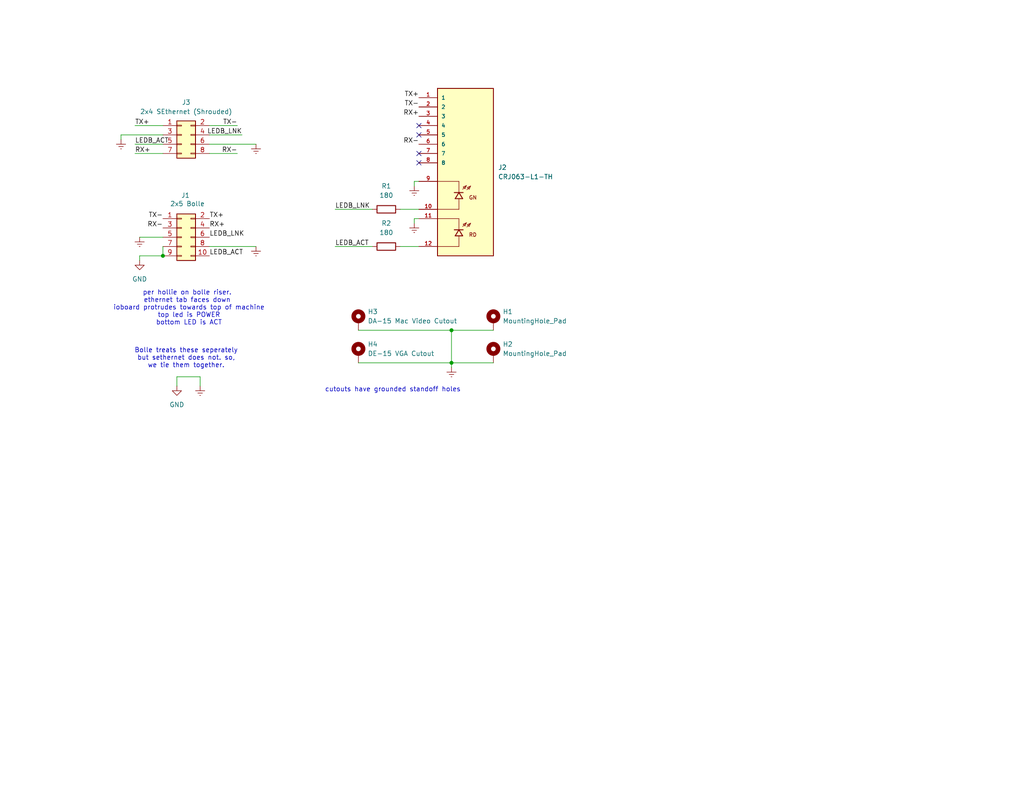
<source format=kicad_sch>
(kicad_sch
	(version 20231120)
	(generator "eeschema")
	(generator_version "8.0")
	(uuid "5ec19437-54d1-40d2-8f49-762705833f90")
	(paper "USLetter")
	(title_block
		(title "Breakout board for SEthernet-series PDS Ethernet cards")
		(date "2024-01-27")
		(rev "1")
	)
	(lib_symbols
		(symbol "Connector_Generic:Conn_02x04_Odd_Even"
			(pin_names
				(offset 1.016) hide)
			(exclude_from_sim no)
			(in_bom yes)
			(on_board yes)
			(property "Reference" "J"
				(at 1.27 5.08 0)
				(effects
					(font
						(size 1.27 1.27)
					)
				)
			)
			(property "Value" "Conn_02x04_Odd_Even"
				(at 1.27 -7.62 0)
				(effects
					(font
						(size 1.27 1.27)
					)
				)
			)
			(property "Footprint" ""
				(at 0 0 0)
				(effects
					(font
						(size 1.27 1.27)
					)
					(hide yes)
				)
			)
			(property "Datasheet" "~"
				(at 0 0 0)
				(effects
					(font
						(size 1.27 1.27)
					)
					(hide yes)
				)
			)
			(property "Description" "Generic connector, double row, 02x04, odd/even pin numbering scheme (row 1 odd numbers, row 2 even numbers), script generated (kicad-library-utils/schlib/autogen/connector/)"
				(at 0 0 0)
				(effects
					(font
						(size 1.27 1.27)
					)
					(hide yes)
				)
			)
			(property "ki_keywords" "connector"
				(at 0 0 0)
				(effects
					(font
						(size 1.27 1.27)
					)
					(hide yes)
				)
			)
			(property "ki_fp_filters" "Connector*:*_2x??_*"
				(at 0 0 0)
				(effects
					(font
						(size 1.27 1.27)
					)
					(hide yes)
				)
			)
			(symbol "Conn_02x04_Odd_Even_1_1"
				(rectangle
					(start -1.27 -4.953)
					(end 0 -5.207)
					(stroke
						(width 0.1524)
						(type default)
					)
					(fill
						(type none)
					)
				)
				(rectangle
					(start -1.27 -2.413)
					(end 0 -2.667)
					(stroke
						(width 0.1524)
						(type default)
					)
					(fill
						(type none)
					)
				)
				(rectangle
					(start -1.27 0.127)
					(end 0 -0.127)
					(stroke
						(width 0.1524)
						(type default)
					)
					(fill
						(type none)
					)
				)
				(rectangle
					(start -1.27 2.667)
					(end 0 2.413)
					(stroke
						(width 0.1524)
						(type default)
					)
					(fill
						(type none)
					)
				)
				(rectangle
					(start -1.27 3.81)
					(end 3.81 -6.35)
					(stroke
						(width 0.254)
						(type default)
					)
					(fill
						(type background)
					)
				)
				(rectangle
					(start 3.81 -4.953)
					(end 2.54 -5.207)
					(stroke
						(width 0.1524)
						(type default)
					)
					(fill
						(type none)
					)
				)
				(rectangle
					(start 3.81 -2.413)
					(end 2.54 -2.667)
					(stroke
						(width 0.1524)
						(type default)
					)
					(fill
						(type none)
					)
				)
				(rectangle
					(start 3.81 0.127)
					(end 2.54 -0.127)
					(stroke
						(width 0.1524)
						(type default)
					)
					(fill
						(type none)
					)
				)
				(rectangle
					(start 3.81 2.667)
					(end 2.54 2.413)
					(stroke
						(width 0.1524)
						(type default)
					)
					(fill
						(type none)
					)
				)
				(pin passive line
					(at -5.08 2.54 0)
					(length 3.81)
					(name "Pin_1"
						(effects
							(font
								(size 1.27 1.27)
							)
						)
					)
					(number "1"
						(effects
							(font
								(size 1.27 1.27)
							)
						)
					)
				)
				(pin passive line
					(at 7.62 2.54 180)
					(length 3.81)
					(name "Pin_2"
						(effects
							(font
								(size 1.27 1.27)
							)
						)
					)
					(number "2"
						(effects
							(font
								(size 1.27 1.27)
							)
						)
					)
				)
				(pin passive line
					(at -5.08 0 0)
					(length 3.81)
					(name "Pin_3"
						(effects
							(font
								(size 1.27 1.27)
							)
						)
					)
					(number "3"
						(effects
							(font
								(size 1.27 1.27)
							)
						)
					)
				)
				(pin passive line
					(at 7.62 0 180)
					(length 3.81)
					(name "Pin_4"
						(effects
							(font
								(size 1.27 1.27)
							)
						)
					)
					(number "4"
						(effects
							(font
								(size 1.27 1.27)
							)
						)
					)
				)
				(pin passive line
					(at -5.08 -2.54 0)
					(length 3.81)
					(name "Pin_5"
						(effects
							(font
								(size 1.27 1.27)
							)
						)
					)
					(number "5"
						(effects
							(font
								(size 1.27 1.27)
							)
						)
					)
				)
				(pin passive line
					(at 7.62 -2.54 180)
					(length 3.81)
					(name "Pin_6"
						(effects
							(font
								(size 1.27 1.27)
							)
						)
					)
					(number "6"
						(effects
							(font
								(size 1.27 1.27)
							)
						)
					)
				)
				(pin passive line
					(at -5.08 -5.08 0)
					(length 3.81)
					(name "Pin_7"
						(effects
							(font
								(size 1.27 1.27)
							)
						)
					)
					(number "7"
						(effects
							(font
								(size 1.27 1.27)
							)
						)
					)
				)
				(pin passive line
					(at 7.62 -5.08 180)
					(length 3.81)
					(name "Pin_8"
						(effects
							(font
								(size 1.27 1.27)
							)
						)
					)
					(number "8"
						(effects
							(font
								(size 1.27 1.27)
							)
						)
					)
				)
			)
		)
		(symbol "Connector_Generic:Conn_02x05_Odd_Even"
			(pin_names
				(offset 1.016) hide)
			(exclude_from_sim no)
			(in_bom yes)
			(on_board yes)
			(property "Reference" "J"
				(at 1.27 7.62 0)
				(effects
					(font
						(size 1.27 1.27)
					)
				)
			)
			(property "Value" "Conn_02x05_Odd_Even"
				(at 1.27 -7.62 0)
				(effects
					(font
						(size 1.27 1.27)
					)
				)
			)
			(property "Footprint" ""
				(at 0 0 0)
				(effects
					(font
						(size 1.27 1.27)
					)
					(hide yes)
				)
			)
			(property "Datasheet" "~"
				(at 0 0 0)
				(effects
					(font
						(size 1.27 1.27)
					)
					(hide yes)
				)
			)
			(property "Description" "Generic connector, double row, 02x05, odd/even pin numbering scheme (row 1 odd numbers, row 2 even numbers), script generated (kicad-library-utils/schlib/autogen/connector/)"
				(at 0 0 0)
				(effects
					(font
						(size 1.27 1.27)
					)
					(hide yes)
				)
			)
			(property "ki_keywords" "connector"
				(at 0 0 0)
				(effects
					(font
						(size 1.27 1.27)
					)
					(hide yes)
				)
			)
			(property "ki_fp_filters" "Connector*:*_2x??_*"
				(at 0 0 0)
				(effects
					(font
						(size 1.27 1.27)
					)
					(hide yes)
				)
			)
			(symbol "Conn_02x05_Odd_Even_1_1"
				(rectangle
					(start -1.27 -4.953)
					(end 0 -5.207)
					(stroke
						(width 0.1524)
						(type default)
					)
					(fill
						(type none)
					)
				)
				(rectangle
					(start -1.27 -2.413)
					(end 0 -2.667)
					(stroke
						(width 0.1524)
						(type default)
					)
					(fill
						(type none)
					)
				)
				(rectangle
					(start -1.27 0.127)
					(end 0 -0.127)
					(stroke
						(width 0.1524)
						(type default)
					)
					(fill
						(type none)
					)
				)
				(rectangle
					(start -1.27 2.667)
					(end 0 2.413)
					(stroke
						(width 0.1524)
						(type default)
					)
					(fill
						(type none)
					)
				)
				(rectangle
					(start -1.27 5.207)
					(end 0 4.953)
					(stroke
						(width 0.1524)
						(type default)
					)
					(fill
						(type none)
					)
				)
				(rectangle
					(start -1.27 6.35)
					(end 3.81 -6.35)
					(stroke
						(width 0.254)
						(type default)
					)
					(fill
						(type background)
					)
				)
				(rectangle
					(start 3.81 -4.953)
					(end 2.54 -5.207)
					(stroke
						(width 0.1524)
						(type default)
					)
					(fill
						(type none)
					)
				)
				(rectangle
					(start 3.81 -2.413)
					(end 2.54 -2.667)
					(stroke
						(width 0.1524)
						(type default)
					)
					(fill
						(type none)
					)
				)
				(rectangle
					(start 3.81 0.127)
					(end 2.54 -0.127)
					(stroke
						(width 0.1524)
						(type default)
					)
					(fill
						(type none)
					)
				)
				(rectangle
					(start 3.81 2.667)
					(end 2.54 2.413)
					(stroke
						(width 0.1524)
						(type default)
					)
					(fill
						(type none)
					)
				)
				(rectangle
					(start 3.81 5.207)
					(end 2.54 4.953)
					(stroke
						(width 0.1524)
						(type default)
					)
					(fill
						(type none)
					)
				)
				(pin passive line
					(at -5.08 5.08 0)
					(length 3.81)
					(name "Pin_1"
						(effects
							(font
								(size 1.27 1.27)
							)
						)
					)
					(number "1"
						(effects
							(font
								(size 1.27 1.27)
							)
						)
					)
				)
				(pin passive line
					(at 7.62 -5.08 180)
					(length 3.81)
					(name "Pin_10"
						(effects
							(font
								(size 1.27 1.27)
							)
						)
					)
					(number "10"
						(effects
							(font
								(size 1.27 1.27)
							)
						)
					)
				)
				(pin passive line
					(at 7.62 5.08 180)
					(length 3.81)
					(name "Pin_2"
						(effects
							(font
								(size 1.27 1.27)
							)
						)
					)
					(number "2"
						(effects
							(font
								(size 1.27 1.27)
							)
						)
					)
				)
				(pin passive line
					(at -5.08 2.54 0)
					(length 3.81)
					(name "Pin_3"
						(effects
							(font
								(size 1.27 1.27)
							)
						)
					)
					(number "3"
						(effects
							(font
								(size 1.27 1.27)
							)
						)
					)
				)
				(pin passive line
					(at 7.62 2.54 180)
					(length 3.81)
					(name "Pin_4"
						(effects
							(font
								(size 1.27 1.27)
							)
						)
					)
					(number "4"
						(effects
							(font
								(size 1.27 1.27)
							)
						)
					)
				)
				(pin passive line
					(at -5.08 0 0)
					(length 3.81)
					(name "Pin_5"
						(effects
							(font
								(size 1.27 1.27)
							)
						)
					)
					(number "5"
						(effects
							(font
								(size 1.27 1.27)
							)
						)
					)
				)
				(pin passive line
					(at 7.62 0 180)
					(length 3.81)
					(name "Pin_6"
						(effects
							(font
								(size 1.27 1.27)
							)
						)
					)
					(number "6"
						(effects
							(font
								(size 1.27 1.27)
							)
						)
					)
				)
				(pin passive line
					(at -5.08 -2.54 0)
					(length 3.81)
					(name "Pin_7"
						(effects
							(font
								(size 1.27 1.27)
							)
						)
					)
					(number "7"
						(effects
							(font
								(size 1.27 1.27)
							)
						)
					)
				)
				(pin passive line
					(at 7.62 -2.54 180)
					(length 3.81)
					(name "Pin_8"
						(effects
							(font
								(size 1.27 1.27)
							)
						)
					)
					(number "8"
						(effects
							(font
								(size 1.27 1.27)
							)
						)
					)
				)
				(pin passive line
					(at -5.08 -5.08 0)
					(length 3.81)
					(name "Pin_9"
						(effects
							(font
								(size 1.27 1.27)
							)
						)
					)
					(number "9"
						(effects
							(font
								(size 1.27 1.27)
							)
						)
					)
				)
			)
		)
		(symbol "Device:R"
			(pin_numbers hide)
			(pin_names
				(offset 0)
			)
			(exclude_from_sim no)
			(in_bom yes)
			(on_board yes)
			(property "Reference" "R"
				(at 2.032 0 90)
				(effects
					(font
						(size 1.27 1.27)
					)
				)
			)
			(property "Value" "R"
				(at 0 0 90)
				(effects
					(font
						(size 1.27 1.27)
					)
				)
			)
			(property "Footprint" ""
				(at -1.778 0 90)
				(effects
					(font
						(size 1.27 1.27)
					)
					(hide yes)
				)
			)
			(property "Datasheet" "~"
				(at 0 0 0)
				(effects
					(font
						(size 1.27 1.27)
					)
					(hide yes)
				)
			)
			(property "Description" "Resistor"
				(at 0 0 0)
				(effects
					(font
						(size 1.27 1.27)
					)
					(hide yes)
				)
			)
			(property "ki_keywords" "R res resistor"
				(at 0 0 0)
				(effects
					(font
						(size 1.27 1.27)
					)
					(hide yes)
				)
			)
			(property "ki_fp_filters" "R_*"
				(at 0 0 0)
				(effects
					(font
						(size 1.27 1.27)
					)
					(hide yes)
				)
			)
			(symbol "R_0_1"
				(rectangle
					(start -1.016 -2.54)
					(end 1.016 2.54)
					(stroke
						(width 0.254)
						(type default)
					)
					(fill
						(type none)
					)
				)
			)
			(symbol "R_1_1"
				(pin passive line
					(at 0 3.81 270)
					(length 1.27)
					(name "~"
						(effects
							(font
								(size 1.27 1.27)
							)
						)
					)
					(number "1"
						(effects
							(font
								(size 1.27 1.27)
							)
						)
					)
				)
				(pin passive line
					(at 0 -3.81 90)
					(length 1.27)
					(name "~"
						(effects
							(font
								(size 1.27 1.27)
							)
						)
					)
					(number "2"
						(effects
							(font
								(size 1.27 1.27)
							)
						)
					)
				)
			)
		)
		(symbol "Interware Booster:CRJ063-L1-TH"
			(pin_names
				(offset 1.016)
			)
			(exclude_from_sim no)
			(in_bom yes)
			(on_board yes)
			(property "Reference" "J"
				(at -7.62 23.622 0)
				(effects
					(font
						(size 1.27 1.27)
					)
					(justify left bottom)
				)
			)
			(property "Value" "CRJ063-L1-TH"
				(at -7.62 -23.622 0)
				(effects
					(font
						(size 1.27 1.27)
					)
					(justify left bottom)
				)
			)
			(property "Footprint" "CUI_CRJ063-L1-TH"
				(at 0 0 0)
				(effects
					(font
						(size 1.27 1.27)
					)
					(justify left bottom)
					(hide yes)
				)
			)
			(property "Datasheet" ""
				(at 0 0 0)
				(effects
					(font
						(size 1.27 1.27)
					)
					(justify left bottom)
					(hide yes)
				)
			)
			(property "Description" ""
				(at 0 0 0)
				(effects
					(font
						(size 1.27 1.27)
					)
					(hide yes)
				)
			)
			(property "PARTREV" "1.0"
				(at 0 0 0)
				(effects
					(font
						(size 1.27 1.27)
					)
					(justify left bottom)
					(hide yes)
				)
			)
			(property "STANDARD" "Manufacturer Recommendations"
				(at 0 0 0)
				(effects
					(font
						(size 1.27 1.27)
					)
					(justify left bottom)
					(hide yes)
				)
			)
			(property "MAXIMUM_PACKAGE_HEIGHT" "16.35 mm"
				(at 0 0 0)
				(effects
					(font
						(size 1.27 1.27)
					)
					(justify left bottom)
					(hide yes)
				)
			)
			(property "MANUFACTURER" "CUI Devices"
				(at 0 0 0)
				(effects
					(font
						(size 1.27 1.27)
					)
					(justify left bottom)
					(hide yes)
				)
			)
			(property "ki_locked" ""
				(at 0 0 0)
				(effects
					(font
						(size 1.27 1.27)
					)
				)
			)
			(symbol "CRJ063-L1-TH_0_0"
				(rectangle
					(start -7.62 -22.86)
					(end 7.62 22.86)
					(stroke
						(width 0.254)
						(type solid)
					)
					(fill
						(type background)
					)
				)
				(polyline
					(pts
						(xy -1.778 -20.32) (xy -7.62 -20.32)
					)
					(stroke
						(width 0.1524)
						(type solid)
					)
					(fill
						(type none)
					)
				)
				(polyline
					(pts
						(xy -1.778 -20.32) (xy -1.778 -17.526)
					)
					(stroke
						(width 0.1524)
						(type solid)
					)
					(fill
						(type none)
					)
				)
				(polyline
					(pts
						(xy -1.778 -15.748) (xy -3.048 -15.748)
					)
					(stroke
						(width 0.254)
						(type solid)
					)
					(fill
						(type none)
					)
				)
				(polyline
					(pts
						(xy -1.778 -15.748) (xy -2.794 -17.399)
					)
					(stroke
						(width 0.254)
						(type solid)
					)
					(fill
						(type none)
					)
				)
				(polyline
					(pts
						(xy -1.778 -15.621) (xy -1.778 -12.7)
					)
					(stroke
						(width 0.1524)
						(type solid)
					)
					(fill
						(type none)
					)
				)
				(polyline
					(pts
						(xy -1.778 -12.7) (xy -7.62 -12.7)
					)
					(stroke
						(width 0.1524)
						(type solid)
					)
					(fill
						(type none)
					)
				)
				(polyline
					(pts
						(xy -1.778 -10.16) (xy -7.62 -10.16)
					)
					(stroke
						(width 0.1524)
						(type solid)
					)
					(fill
						(type none)
					)
				)
				(polyline
					(pts
						(xy -1.778 -10.16) (xy -1.778 -7.366)
					)
					(stroke
						(width 0.1524)
						(type solid)
					)
					(fill
						(type none)
					)
				)
				(polyline
					(pts
						(xy -1.778 -5.588) (xy -3.048 -5.588)
					)
					(stroke
						(width 0.254)
						(type solid)
					)
					(fill
						(type none)
					)
				)
				(polyline
					(pts
						(xy -1.778 -5.588) (xy -2.794 -7.239)
					)
					(stroke
						(width 0.254)
						(type solid)
					)
					(fill
						(type none)
					)
				)
				(polyline
					(pts
						(xy -1.778 -5.461) (xy -1.778 -2.54)
					)
					(stroke
						(width 0.1524)
						(type solid)
					)
					(fill
						(type none)
					)
				)
				(polyline
					(pts
						(xy -1.778 -2.54) (xy -7.62 -2.54)
					)
					(stroke
						(width 0.1524)
						(type solid)
					)
					(fill
						(type none)
					)
				)
				(polyline
					(pts
						(xy -0.762 -17.399) (xy -2.794 -17.399)
					)
					(stroke
						(width 0.254)
						(type solid)
					)
					(fill
						(type none)
					)
				)
				(polyline
					(pts
						(xy -0.762 -17.399) (xy -1.778 -15.748)
					)
					(stroke
						(width 0.254)
						(type solid)
					)
					(fill
						(type none)
					)
				)
				(polyline
					(pts
						(xy -0.762 -14.859) (xy 0.254 -13.843)
					)
					(stroke
						(width 0.1524)
						(type solid)
					)
					(fill
						(type none)
					)
				)
				(polyline
					(pts
						(xy -0.762 -7.239) (xy -2.794 -7.239)
					)
					(stroke
						(width 0.254)
						(type solid)
					)
					(fill
						(type none)
					)
				)
				(polyline
					(pts
						(xy -0.762 -7.239) (xy -1.778 -5.588)
					)
					(stroke
						(width 0.254)
						(type solid)
					)
					(fill
						(type none)
					)
				)
				(polyline
					(pts
						(xy -0.762 -4.699) (xy 0.254 -3.683)
					)
					(stroke
						(width 0.1524)
						(type solid)
					)
					(fill
						(type none)
					)
				)
				(polyline
					(pts
						(xy -0.635 -15.748) (xy -1.778 -15.748)
					)
					(stroke
						(width 0.254)
						(type solid)
					)
					(fill
						(type none)
					)
				)
				(polyline
					(pts
						(xy -0.635 -5.588) (xy -1.778 -5.588)
					)
					(stroke
						(width 0.254)
						(type solid)
					)
					(fill
						(type none)
					)
				)
				(polyline
					(pts
						(xy 0.381 -14.986) (xy 1.397 -13.97)
					)
					(stroke
						(width 0.1524)
						(type solid)
					)
					(fill
						(type none)
					)
				)
				(polyline
					(pts
						(xy 0.381 -4.826) (xy 1.397 -3.81)
					)
					(stroke
						(width 0.1524)
						(type solid)
					)
					(fill
						(type none)
					)
				)
				(polyline
					(pts
						(xy 0.254 -13.843) (xy -0.635 -14.224) (xy -0.127 -14.732) (xy 0.254 -13.843)
					)
					(stroke
						(width 0.1524)
						(type solid)
					)
					(fill
						(type background)
					)
				)
				(polyline
					(pts
						(xy 0.254 -3.683) (xy -0.635 -4.064) (xy -0.127 -4.572) (xy 0.254 -3.683)
					)
					(stroke
						(width 0.1524)
						(type solid)
					)
					(fill
						(type background)
					)
				)
				(polyline
					(pts
						(xy 1.397 -13.97) (xy 0.508 -14.351) (xy 1.016 -14.859) (xy 1.397 -13.97)
					)
					(stroke
						(width 0.1524)
						(type solid)
					)
					(fill
						(type background)
					)
				)
				(polyline
					(pts
						(xy 1.397 -3.81) (xy 0.508 -4.191) (xy 1.016 -4.699) (xy 1.397 -3.81)
					)
					(stroke
						(width 0.1524)
						(type solid)
					)
					(fill
						(type background)
					)
				)
				(text "GN"
					(at 0.889 -6.35 0)
					(effects
						(font
							(size 1.016 1.016)
						)
						(justify left top)
					)
				)
				(text "RD"
					(at 0.889 -16.51 0)
					(effects
						(font
							(size 1.016 1.016)
						)
						(justify left top)
					)
				)
				(pin passive line
					(at -12.7 20.32 0)
					(length 5.08)
					(name "1"
						(effects
							(font
								(size 1.016 1.016)
							)
						)
					)
					(number "1"
						(effects
							(font
								(size 1.016 1.016)
							)
						)
					)
				)
				(pin passive line
					(at -12.7 -10.16 0)
					(length 5.08)
					(name "~"
						(effects
							(font
								(size 1.016 1.016)
							)
						)
					)
					(number "10"
						(effects
							(font
								(size 1.016 1.016)
							)
						)
					)
				)
				(pin passive line
					(at -12.7 -12.7 0)
					(length 5.08)
					(name "~"
						(effects
							(font
								(size 1.016 1.016)
							)
						)
					)
					(number "11"
						(effects
							(font
								(size 1.016 1.016)
							)
						)
					)
				)
				(pin passive line
					(at -12.7 -20.32 0)
					(length 5.08)
					(name "~"
						(effects
							(font
								(size 1.016 1.016)
							)
						)
					)
					(number "12"
						(effects
							(font
								(size 1.016 1.016)
							)
						)
					)
				)
				(pin passive line
					(at -12.7 17.78 0)
					(length 5.08)
					(name "2"
						(effects
							(font
								(size 1.016 1.016)
							)
						)
					)
					(number "2"
						(effects
							(font
								(size 1.016 1.016)
							)
						)
					)
				)
				(pin passive line
					(at -12.7 15.24 0)
					(length 5.08)
					(name "3"
						(effects
							(font
								(size 1.016 1.016)
							)
						)
					)
					(number "3"
						(effects
							(font
								(size 1.016 1.016)
							)
						)
					)
				)
				(pin passive line
					(at -12.7 12.7 0)
					(length 5.08)
					(name "4"
						(effects
							(font
								(size 1.016 1.016)
							)
						)
					)
					(number "4"
						(effects
							(font
								(size 1.016 1.016)
							)
						)
					)
				)
				(pin passive line
					(at -12.7 10.16 0)
					(length 5.08)
					(name "5"
						(effects
							(font
								(size 1.016 1.016)
							)
						)
					)
					(number "5"
						(effects
							(font
								(size 1.016 1.016)
							)
						)
					)
				)
				(pin passive line
					(at -12.7 7.62 0)
					(length 5.08)
					(name "6"
						(effects
							(font
								(size 1.016 1.016)
							)
						)
					)
					(number "6"
						(effects
							(font
								(size 1.016 1.016)
							)
						)
					)
				)
				(pin passive line
					(at -12.7 5.08 0)
					(length 5.08)
					(name "7"
						(effects
							(font
								(size 1.016 1.016)
							)
						)
					)
					(number "7"
						(effects
							(font
								(size 1.016 1.016)
							)
						)
					)
				)
				(pin passive line
					(at -12.7 2.54 0)
					(length 5.08)
					(name "8"
						(effects
							(font
								(size 1.016 1.016)
							)
						)
					)
					(number "8"
						(effects
							(font
								(size 1.016 1.016)
							)
						)
					)
				)
				(pin passive line
					(at -12.7 -2.54 0)
					(length 5.08)
					(name "~"
						(effects
							(font
								(size 1.016 1.016)
							)
						)
					)
					(number "9"
						(effects
							(font
								(size 1.016 1.016)
							)
						)
					)
				)
			)
		)
		(symbol "Mechanical:MountingHole_Pad"
			(pin_numbers hide)
			(pin_names
				(offset 1.016) hide)
			(exclude_from_sim no)
			(in_bom yes)
			(on_board yes)
			(property "Reference" "H"
				(at 0 6.35 0)
				(effects
					(font
						(size 1.27 1.27)
					)
				)
			)
			(property "Value" "MountingHole_Pad"
				(at 0 4.445 0)
				(effects
					(font
						(size 1.27 1.27)
					)
				)
			)
			(property "Footprint" ""
				(at 0 0 0)
				(effects
					(font
						(size 1.27 1.27)
					)
					(hide yes)
				)
			)
			(property "Datasheet" "~"
				(at 0 0 0)
				(effects
					(font
						(size 1.27 1.27)
					)
					(hide yes)
				)
			)
			(property "Description" "Mounting Hole with connection"
				(at 0 0 0)
				(effects
					(font
						(size 1.27 1.27)
					)
					(hide yes)
				)
			)
			(property "ki_keywords" "mounting hole"
				(at 0 0 0)
				(effects
					(font
						(size 1.27 1.27)
					)
					(hide yes)
				)
			)
			(property "ki_fp_filters" "MountingHole*Pad*"
				(at 0 0 0)
				(effects
					(font
						(size 1.27 1.27)
					)
					(hide yes)
				)
			)
			(symbol "MountingHole_Pad_0_1"
				(circle
					(center 0 1.27)
					(radius 1.27)
					(stroke
						(width 1.27)
						(type default)
					)
					(fill
						(type none)
					)
				)
			)
			(symbol "MountingHole_Pad_1_1"
				(pin input line
					(at 0 -2.54 90)
					(length 2.54)
					(name "1"
						(effects
							(font
								(size 1.27 1.27)
							)
						)
					)
					(number "1"
						(effects
							(font
								(size 1.27 1.27)
							)
						)
					)
				)
			)
		)
		(symbol "power:Earth"
			(power)
			(pin_names
				(offset 0)
			)
			(exclude_from_sim no)
			(in_bom yes)
			(on_board yes)
			(property "Reference" "#PWR"
				(at 0 -6.35 0)
				(effects
					(font
						(size 1.27 1.27)
					)
					(hide yes)
				)
			)
			(property "Value" "Earth"
				(at 0 -3.81 0)
				(effects
					(font
						(size 1.27 1.27)
					)
					(hide yes)
				)
			)
			(property "Footprint" ""
				(at 0 0 0)
				(effects
					(font
						(size 1.27 1.27)
					)
					(hide yes)
				)
			)
			(property "Datasheet" "~"
				(at 0 0 0)
				(effects
					(font
						(size 1.27 1.27)
					)
					(hide yes)
				)
			)
			(property "Description" "Power symbol creates a global label with name \"Earth\""
				(at 0 0 0)
				(effects
					(font
						(size 1.27 1.27)
					)
					(hide yes)
				)
			)
			(property "ki_keywords" "global ground gnd"
				(at 0 0 0)
				(effects
					(font
						(size 1.27 1.27)
					)
					(hide yes)
				)
			)
			(symbol "Earth_0_1"
				(polyline
					(pts
						(xy -0.635 -1.905) (xy 0.635 -1.905)
					)
					(stroke
						(width 0)
						(type default)
					)
					(fill
						(type none)
					)
				)
				(polyline
					(pts
						(xy -0.127 -2.54) (xy 0.127 -2.54)
					)
					(stroke
						(width 0)
						(type default)
					)
					(fill
						(type none)
					)
				)
				(polyline
					(pts
						(xy 0 -1.27) (xy 0 0)
					)
					(stroke
						(width 0)
						(type default)
					)
					(fill
						(type none)
					)
				)
				(polyline
					(pts
						(xy 1.27 -1.27) (xy -1.27 -1.27)
					)
					(stroke
						(width 0)
						(type default)
					)
					(fill
						(type none)
					)
				)
			)
			(symbol "Earth_1_1"
				(pin power_in line
					(at 0 0 270)
					(length 0) hide
					(name "Earth"
						(effects
							(font
								(size 1.27 1.27)
							)
						)
					)
					(number "1"
						(effects
							(font
								(size 1.27 1.27)
							)
						)
					)
				)
			)
		)
		(symbol "power:GND"
			(power)
			(pin_numbers hide)
			(pin_names
				(offset 0) hide)
			(exclude_from_sim no)
			(in_bom yes)
			(on_board yes)
			(property "Reference" "#PWR"
				(at 0 -6.35 0)
				(effects
					(font
						(size 1.27 1.27)
					)
					(hide yes)
				)
			)
			(property "Value" "GND"
				(at 0 -3.81 0)
				(effects
					(font
						(size 1.27 1.27)
					)
				)
			)
			(property "Footprint" ""
				(at 0 0 0)
				(effects
					(font
						(size 1.27 1.27)
					)
					(hide yes)
				)
			)
			(property "Datasheet" ""
				(at 0 0 0)
				(effects
					(font
						(size 1.27 1.27)
					)
					(hide yes)
				)
			)
			(property "Description" "Power symbol creates a global label with name \"GND\" , ground"
				(at 0 0 0)
				(effects
					(font
						(size 1.27 1.27)
					)
					(hide yes)
				)
			)
			(property "ki_keywords" "global power"
				(at 0 0 0)
				(effects
					(font
						(size 1.27 1.27)
					)
					(hide yes)
				)
			)
			(symbol "GND_0_1"
				(polyline
					(pts
						(xy 0 0) (xy 0 -1.27) (xy 1.27 -1.27) (xy 0 -2.54) (xy -1.27 -1.27) (xy 0 -1.27)
					)
					(stroke
						(width 0)
						(type default)
					)
					(fill
						(type none)
					)
				)
			)
			(symbol "GND_1_1"
				(pin power_in line
					(at 0 0 270)
					(length 0)
					(name "~"
						(effects
							(font
								(size 1.27 1.27)
							)
						)
					)
					(number "1"
						(effects
							(font
								(size 1.27 1.27)
							)
						)
					)
				)
			)
		)
	)
	(junction
		(at 123.19 99.06)
		(diameter 0)
		(color 0 0 0 0)
		(uuid "b8843b65-c3e1-4c34-adad-499910e23fdc")
	)
	(junction
		(at 123.19 90.17)
		(diameter 0)
		(color 0 0 0 0)
		(uuid "fce544c3-a875-45d6-8bb1-35fedac6db33")
	)
	(junction
		(at 44.45 69.85)
		(diameter 0)
		(color 0 0 0 0)
		(uuid "fd6dca5b-0778-46c2-8bfe-ad593348390c")
	)
	(no_connect
		(at 114.3 41.91)
		(uuid "8008e279-d18e-42bf-be9b-c119b20b3124")
	)
	(no_connect
		(at 114.3 36.83)
		(uuid "a6599fdc-565a-43cf-8648-9215af907ef1")
	)
	(no_connect
		(at 114.3 34.29)
		(uuid "bc71eabe-2998-462d-b0b6-94c4d57c106c")
	)
	(no_connect
		(at 114.3 44.45)
		(uuid "df9d000f-620a-4065-b137-eed8afe7b891")
	)
	(wire
		(pts
			(xy 134.62 90.17) (xy 123.19 90.17)
		)
		(stroke
			(width 0)
			(type default)
		)
		(uuid "0d97e71c-0090-4fea-9e40-8147edf9a54d")
	)
	(wire
		(pts
			(xy 91.44 67.31) (xy 101.6 67.31)
		)
		(stroke
			(width 0)
			(type default)
		)
		(uuid "177486b0-ec7e-44d0-a5db-47d6164134ed")
	)
	(wire
		(pts
			(xy 109.22 57.15) (xy 114.3 57.15)
		)
		(stroke
			(width 0)
			(type default)
		)
		(uuid "19b2b2e8-75b6-48a3-9c92-4edc0dd454c3")
	)
	(wire
		(pts
			(xy 123.19 100.33) (xy 123.19 99.06)
		)
		(stroke
			(width 0)
			(type default)
		)
		(uuid "1da7a137-a42d-45f3-9e9d-4c0f418a8f8b")
	)
	(wire
		(pts
			(xy 38.1 69.85) (xy 44.45 69.85)
		)
		(stroke
			(width 0)
			(type default)
		)
		(uuid "22bdc8d6-8fd2-4033-9a3f-1af522c0403f")
	)
	(wire
		(pts
			(xy 109.22 67.31) (xy 114.3 67.31)
		)
		(stroke
			(width 0)
			(type default)
		)
		(uuid "2da926ce-eeee-4677-93e8-5d3f3d44d4c8")
	)
	(wire
		(pts
			(xy 36.83 41.91) (xy 44.45 41.91)
		)
		(stroke
			(width 0)
			(type default)
		)
		(uuid "2e08369c-f4be-4b0d-82df-efaf938f59cf")
	)
	(wire
		(pts
			(xy 54.61 102.87) (xy 54.61 105.41)
		)
		(stroke
			(width 0)
			(type default)
		)
		(uuid "3ab3e93b-1890-419c-a5cf-2298a57fead8")
	)
	(wire
		(pts
			(xy 123.19 99.06) (xy 123.19 90.17)
		)
		(stroke
			(width 0)
			(type default)
		)
		(uuid "47eec4a8-1dec-4e55-9c57-4b446dc2b006")
	)
	(wire
		(pts
			(xy 123.19 99.06) (xy 134.62 99.06)
		)
		(stroke
			(width 0)
			(type default)
		)
		(uuid "4987cb6d-22eb-4aff-b0d5-de6ca47a1390")
	)
	(wire
		(pts
			(xy 91.44 57.15) (xy 101.6 57.15)
		)
		(stroke
			(width 0)
			(type default)
		)
		(uuid "4f003b5a-6f9e-41be-a082-637a24498884")
	)
	(wire
		(pts
			(xy 44.45 36.83) (xy 33.02 36.83)
		)
		(stroke
			(width 0)
			(type default)
		)
		(uuid "5aadf46c-95bc-48aa-b8d2-f989872b3432")
	)
	(wire
		(pts
			(xy 57.15 41.91) (xy 64.77 41.91)
		)
		(stroke
			(width 0)
			(type default)
		)
		(uuid "5cc709c3-9025-49cf-922a-f5e5a7453269")
	)
	(wire
		(pts
			(xy 97.79 90.17) (xy 123.19 90.17)
		)
		(stroke
			(width 0)
			(type default)
		)
		(uuid "70ad25b1-d595-4f5a-a8ab-320f97357c15")
	)
	(wire
		(pts
			(xy 57.15 36.83) (xy 66.04 36.83)
		)
		(stroke
			(width 0)
			(type default)
		)
		(uuid "72f24869-b358-4018-8c8f-15e9dd946efa")
	)
	(wire
		(pts
			(xy 38.1 71.12) (xy 38.1 69.85)
		)
		(stroke
			(width 0)
			(type default)
		)
		(uuid "76062084-a2f5-4692-a99c-0a5e83a9a8e9")
	)
	(wire
		(pts
			(xy 113.03 60.96) (xy 113.03 59.69)
		)
		(stroke
			(width 0)
			(type default)
		)
		(uuid "79826fd7-c26e-434f-b47e-5b6c6cae2c57")
	)
	(wire
		(pts
			(xy 48.26 102.87) (xy 48.26 105.41)
		)
		(stroke
			(width 0)
			(type default)
		)
		(uuid "7aa78abc-63d8-4133-aa36-5a7c588c1e21")
	)
	(wire
		(pts
			(xy 114.3 49.53) (xy 113.03 49.53)
		)
		(stroke
			(width 0)
			(type default)
		)
		(uuid "85dfa988-a2ec-4736-aca9-34d97dc8a93b")
	)
	(wire
		(pts
			(xy 113.03 49.53) (xy 113.03 50.8)
		)
		(stroke
			(width 0)
			(type default)
		)
		(uuid "8898b3d4-ee59-41d4-b380-f6e2703a2a51")
	)
	(wire
		(pts
			(xy 48.26 102.87) (xy 54.61 102.87)
		)
		(stroke
			(width 0)
			(type default)
		)
		(uuid "8a3a1d83-acba-409a-b6a5-8b56b34cbbe8")
	)
	(wire
		(pts
			(xy 57.15 67.31) (xy 69.85 67.31)
		)
		(stroke
			(width 0)
			(type default)
		)
		(uuid "8d586ee2-fb9f-41c8-9bb2-db7b9e08c8b4")
	)
	(wire
		(pts
			(xy 44.45 69.85) (xy 44.45 67.31)
		)
		(stroke
			(width 0)
			(type default)
		)
		(uuid "966e8b23-cfd7-4b2b-9acd-2bfe921f3086")
	)
	(wire
		(pts
			(xy 97.79 99.06) (xy 123.19 99.06)
		)
		(stroke
			(width 0)
			(type default)
		)
		(uuid "a627992e-2a67-470f-9408-50dd1a4cb93d")
	)
	(wire
		(pts
			(xy 36.83 39.37) (xy 44.45 39.37)
		)
		(stroke
			(width 0)
			(type default)
		)
		(uuid "c18924ea-7bb5-45ee-bdf6-1f21c768f584")
	)
	(wire
		(pts
			(xy 57.15 39.37) (xy 69.85 39.37)
		)
		(stroke
			(width 0)
			(type default)
		)
		(uuid "cc8aa908-50e5-4fbd-ae8a-857cd01ea4c6")
	)
	(wire
		(pts
			(xy 33.02 36.83) (xy 33.02 38.1)
		)
		(stroke
			(width 0)
			(type default)
		)
		(uuid "d09f70b1-d691-472a-91d5-fcb0ffe1637a")
	)
	(wire
		(pts
			(xy 57.15 34.29) (xy 64.77 34.29)
		)
		(stroke
			(width 0)
			(type default)
		)
		(uuid "d4594bce-cfea-4597-b0c2-8ba6808f1562")
	)
	(wire
		(pts
			(xy 113.03 59.69) (xy 114.3 59.69)
		)
		(stroke
			(width 0)
			(type default)
		)
		(uuid "d9c27bb9-037d-42b8-beb2-f6471b967ede")
	)
	(wire
		(pts
			(xy 44.45 34.29) (xy 36.83 34.29)
		)
		(stroke
			(width 0)
			(type default)
		)
		(uuid "dcb8dc16-ec1a-4525-9e84-4bd104968024")
	)
	(wire
		(pts
			(xy 44.45 64.77) (xy 38.1 64.77)
		)
		(stroke
			(width 0)
			(type default)
		)
		(uuid "e448fa0a-184f-4ec9-9df0-ab94c063846f")
	)
	(text "per hollie on bolle riser. \nethernet tab faces down \nioboard protrudes towards top of machine\ntop led is POWER\nbottom LED is ACT\n"
		(exclude_from_sim no)
		(at 51.562 84.074 0)
		(effects
			(font
				(size 1.27 1.27)
			)
		)
		(uuid "2d7a11fe-805f-472c-9adc-c442b206a032")
	)
	(text "cutouts have grounded standoff holes"
		(exclude_from_sim no)
		(at 107.188 106.426 0)
		(effects
			(font
				(size 1.27 1.27)
			)
		)
		(uuid "46a26f59-90ea-411b-92d2-30a2c2f1e473")
	)
	(text "Bolle treats these seperately\nbut sethernet does not. so,\nwe tie them together."
		(exclude_from_sim no)
		(at 50.8 97.79 0)
		(effects
			(font
				(size 1.27 1.27)
			)
		)
		(uuid "e2ebda20-3c30-4c57-be33-63073464da1c")
	)
	(label "LEDB_ACT"
		(at 91.44 67.31 0)
		(fields_autoplaced yes)
		(effects
			(font
				(size 1.27 1.27)
			)
			(justify left bottom)
		)
		(uuid "051a58c8-ece6-41be-9efe-13bd2daa1e30")
	)
	(label "RX-"
		(at 114.3 39.37 180)
		(fields_autoplaced yes)
		(effects
			(font
				(size 1.27 1.27)
			)
			(justify right bottom)
		)
		(uuid "0c10aacf-5567-4168-89e4-76ba71dee203")
	)
	(label "RX+"
		(at 36.83 41.91 0)
		(fields_autoplaced yes)
		(effects
			(font
				(size 1.27 1.27)
			)
			(justify left bottom)
		)
		(uuid "12aa9d6d-ce13-4552-b37d-02912808cc04")
	)
	(label "LEDB_LNK"
		(at 66.04 36.83 180)
		(fields_autoplaced yes)
		(effects
			(font
				(size 1.27 1.27)
			)
			(justify right bottom)
		)
		(uuid "2c303d3d-f9dc-4157-b9b5-c0c0efbe8cb1")
	)
	(label "TX-"
		(at 44.45 59.69 180)
		(fields_autoplaced yes)
		(effects
			(font
				(size 1.27 1.27)
			)
			(justify right bottom)
		)
		(uuid "3da2c354-eb87-4d89-a494-33352676e522")
	)
	(label "TX+"
		(at 36.83 34.29 0)
		(fields_autoplaced yes)
		(effects
			(font
				(size 1.27 1.27)
			)
			(justify left bottom)
		)
		(uuid "3f69c22c-6d34-472e-8d56-1ed1c51db5f3")
	)
	(label "LEDB_ACT"
		(at 36.83 39.37 0)
		(fields_autoplaced yes)
		(effects
			(font
				(size 1.27 1.27)
			)
			(justify left bottom)
		)
		(uuid "50398655-e531-4414-8b6e-c4a670befb6c")
	)
	(label "RX+"
		(at 57.15 62.23 0)
		(fields_autoplaced yes)
		(effects
			(font
				(size 1.27 1.27)
			)
			(justify left bottom)
		)
		(uuid "5ea464d2-fb9c-4ed2-9740-1c0a327356b6")
	)
	(label "TX+"
		(at 114.3 26.67 180)
		(fields_autoplaced yes)
		(effects
			(font
				(size 1.27 1.27)
			)
			(justify right bottom)
		)
		(uuid "67285a9a-b409-4790-a4ec-c4a3e980292e")
	)
	(label "LEDB_LNK"
		(at 91.44 57.15 0)
		(fields_autoplaced yes)
		(effects
			(font
				(size 1.27 1.27)
			)
			(justify left bottom)
		)
		(uuid "829d4340-37c0-45b1-b0b0-8316b761d9fa")
	)
	(label "LEDB_ACT"
		(at 57.15 69.85 0)
		(fields_autoplaced yes)
		(effects
			(font
				(size 1.27 1.27)
			)
			(justify left bottom)
		)
		(uuid "a3f3f4c4-88da-4dff-b8b6-ad10c9aedb86")
	)
	(label "RX-"
		(at 64.77 41.91 180)
		(fields_autoplaced yes)
		(effects
			(font
				(size 1.27 1.27)
			)
			(justify right bottom)
		)
		(uuid "a785045b-1b46-4cc7-ae84-2e76aa304ca1")
	)
	(label "RX-"
		(at 44.45 62.23 180)
		(fields_autoplaced yes)
		(effects
			(font
				(size 1.27 1.27)
			)
			(justify right bottom)
		)
		(uuid "a89985bf-51b0-4be1-9f6a-e0084f509f87")
	)
	(label "LEDB_LNK"
		(at 57.15 64.77 0)
		(fields_autoplaced yes)
		(effects
			(font
				(size 1.27 1.27)
			)
			(justify left bottom)
		)
		(uuid "b762b258-947b-4234-80a1-d1f95ee80678")
	)
	(label "TX-"
		(at 114.3 29.21 180)
		(fields_autoplaced yes)
		(effects
			(font
				(size 1.27 1.27)
			)
			(justify right bottom)
		)
		(uuid "c46731c7-ff59-45f4-aa54-9e7d107970cb")
	)
	(label "RX+"
		(at 114.3 31.75 180)
		(fields_autoplaced yes)
		(effects
			(font
				(size 1.27 1.27)
			)
			(justify right bottom)
		)
		(uuid "d4a55413-682e-406e-9efb-ad9a89dd37e2")
	)
	(label "TX-"
		(at 64.77 34.29 180)
		(fields_autoplaced yes)
		(effects
			(font
				(size 1.27 1.27)
			)
			(justify right bottom)
		)
		(uuid "e784a9ef-8813-4388-a668-2373ec7038a3")
	)
	(label "TX+"
		(at 57.15 59.69 0)
		(fields_autoplaced yes)
		(effects
			(font
				(size 1.27 1.27)
			)
			(justify left bottom)
		)
		(uuid "f1d3fb12-6382-41aa-89cf-3a9fe811ba78")
	)
	(symbol
		(lib_id "power:Earth")
		(at 54.61 105.41 0)
		(mirror y)
		(unit 1)
		(exclude_from_sim no)
		(in_bom yes)
		(on_board yes)
		(dnp no)
		(uuid "174c45f0-8ce6-4745-9a27-51fc185bfca6")
		(property "Reference" "#PWR06"
			(at 54.61 111.76 0)
			(effects
				(font
					(size 1.27 1.27)
				)
				(hide yes)
			)
		)
		(property "Value" "Earth"
			(at 54.61 109.22 0)
			(effects
				(font
					(size 1.27 1.27)
				)
				(hide yes)
			)
		)
		(property "Footprint" ""
			(at 54.61 105.41 0)
			(effects
				(font
					(size 1.27 1.27)
				)
				(hide yes)
			)
		)
		(property "Datasheet" "~"
			(at 54.61 105.41 0)
			(effects
				(font
					(size 1.27 1.27)
				)
				(hide yes)
			)
		)
		(property "Description" ""
			(at 54.61 105.41 0)
			(effects
				(font
					(size 1.27 1.27)
				)
				(hide yes)
			)
		)
		(pin "1"
			(uuid "ec127fd9-61a1-470a-bf20-2cbc25262301")
		)
		(instances
			(project "Combo Breaker"
				(path "/5ec19437-54d1-40d2-8f49-762705833f90"
					(reference "#PWR06")
					(unit 1)
				)
			)
		)
	)
	(symbol
		(lib_id "Connector_Generic:Conn_02x04_Odd_Even")
		(at 49.53 36.83 0)
		(unit 1)
		(exclude_from_sim no)
		(in_bom yes)
		(on_board yes)
		(dnp no)
		(fields_autoplaced yes)
		(uuid "2f6cebf4-b128-4004-9375-52e5245c3597")
		(property "Reference" "J3"
			(at 50.8 27.94 0)
			(effects
				(font
					(size 1.27 1.27)
				)
			)
		)
		(property "Value" "2x4 SEthernet (Shrouded)"
			(at 50.8 30.48 0)
			(effects
				(font
					(size 1.27 1.27)
				)
			)
		)
		(property "Footprint" "Connector_IDC:IDC-Header_2x04_P2.54mm_Vertical"
			(at 49.53 36.83 0)
			(effects
				(font
					(size 1.27 1.27)
				)
				(hide yes)
			)
		)
		(property "Datasheet" "~"
			(at 49.53 36.83 0)
			(effects
				(font
					(size 1.27 1.27)
				)
				(hide yes)
			)
		)
		(property "Description" ""
			(at 49.53 36.83 0)
			(effects
				(font
					(size 1.27 1.27)
				)
				(hide yes)
			)
		)
		(property "Digikey" "302-S101"
			(at 49.53 36.83 0)
			(effects
				(font
					(size 1.27 1.27)
				)
				(hide yes)
			)
		)
		(pin "1"
			(uuid "654d7b02-e36f-4a0c-9339-7e557bf3919e")
		)
		(pin "2"
			(uuid "9831bdcd-6217-4294-883e-5b8601fb6154")
		)
		(pin "3"
			(uuid "c9e01109-b5fe-4c3b-af71-f403582259ae")
		)
		(pin "4"
			(uuid "40041b5c-091d-416b-bde5-7872933fe95d")
		)
		(pin "5"
			(uuid "5d9e75cb-429b-40b2-839e-b3aac5019de2")
		)
		(pin "6"
			(uuid "28bc9b66-7c57-4242-a0ad-3dbce29aa846")
		)
		(pin "7"
			(uuid "378bedc1-8e2e-4cac-8edc-8a5f4abfd1b6")
		)
		(pin "8"
			(uuid "15ce5bb6-0c83-4570-8212-a59216a03be7")
		)
		(instances
			(project "breakout"
				(path "/5ec19437-54d1-40d2-8f49-762705833f90"
					(reference "J3")
					(unit 1)
				)
			)
			(project "PDS-RTL8019"
				(path "/a5081ad0-6699-448a-aca8-5a96c8cfd85e"
					(reference "J3")
					(unit 1)
				)
			)
			(project "se-30-ethernet"
				(path "/b66b5305-911c-4aad-808a-6ea6e6a56518"
					(reference "J4")
					(unit 1)
				)
			)
		)
	)
	(symbol
		(lib_id "power:Earth")
		(at 33.02 38.1 0)
		(unit 1)
		(exclude_from_sim no)
		(in_bom yes)
		(on_board yes)
		(dnp no)
		(fields_autoplaced yes)
		(uuid "4b84d7e9-91bc-40cf-8e1f-b4b5eca12a77")
		(property "Reference" "#PWR03"
			(at 33.02 44.45 0)
			(effects
				(font
					(size 1.27 1.27)
				)
				(hide yes)
			)
		)
		(property "Value" "Earth"
			(at 33.02 41.91 0)
			(effects
				(font
					(size 1.27 1.27)
				)
				(hide yes)
			)
		)
		(property "Footprint" ""
			(at 33.02 38.1 0)
			(effects
				(font
					(size 1.27 1.27)
				)
				(hide yes)
			)
		)
		(property "Datasheet" "~"
			(at 33.02 38.1 0)
			(effects
				(font
					(size 1.27 1.27)
				)
				(hide yes)
			)
		)
		(property "Description" ""
			(at 33.02 38.1 0)
			(effects
				(font
					(size 1.27 1.27)
				)
				(hide yes)
			)
		)
		(pin "1"
			(uuid "7bd582e0-e341-4096-94cf-4607bf3a694a")
		)
		(instances
			(project "breakout"
				(path "/5ec19437-54d1-40d2-8f49-762705833f90"
					(reference "#PWR03")
					(unit 1)
				)
			)
			(project "PDS-RTL8019"
				(path "/a5081ad0-6699-448a-aca8-5a96c8cfd85e"
					(reference "#PWR019")
					(unit 1)
				)
			)
			(project "se-30-ethernet"
				(path "/b66b5305-911c-4aad-808a-6ea6e6a56518"
					(reference "#PWR029")
					(unit 1)
				)
			)
		)
	)
	(symbol
		(lib_id "power:Earth")
		(at 113.03 50.8 0)
		(unit 1)
		(exclude_from_sim no)
		(in_bom yes)
		(on_board yes)
		(dnp no)
		(fields_autoplaced yes)
		(uuid "4c8df549-ca85-4ce9-a12f-cde41ed5c31a")
		(property "Reference" "#PWR010"
			(at 113.03 57.15 0)
			(effects
				(font
					(size 1.27 1.27)
				)
				(hide yes)
			)
		)
		(property "Value" "Earth"
			(at 113.03 54.61 0)
			(effects
				(font
					(size 1.27 1.27)
				)
				(hide yes)
			)
		)
		(property "Footprint" ""
			(at 113.03 50.8 0)
			(effects
				(font
					(size 1.27 1.27)
				)
				(hide yes)
			)
		)
		(property "Datasheet" "~"
			(at 113.03 50.8 0)
			(effects
				(font
					(size 1.27 1.27)
				)
				(hide yes)
			)
		)
		(property "Description" ""
			(at 113.03 50.8 0)
			(effects
				(font
					(size 1.27 1.27)
				)
				(hide yes)
			)
		)
		(pin "1"
			(uuid "2ed33145-38ec-40e2-a533-e4de3925fea8")
		)
		(instances
			(project "Combo Breaker"
				(path "/5ec19437-54d1-40d2-8f49-762705833f90"
					(reference "#PWR010")
					(unit 1)
				)
			)
		)
	)
	(symbol
		(lib_id "power:Earth")
		(at 69.85 67.31 0)
		(unit 1)
		(exclude_from_sim no)
		(in_bom yes)
		(on_board yes)
		(dnp no)
		(fields_autoplaced yes)
		(uuid "624b591b-a200-4fb6-a7f1-f9008135843c")
		(property "Reference" "#PWR04"
			(at 69.85 73.66 0)
			(effects
				(font
					(size 1.27 1.27)
				)
				(hide yes)
			)
		)
		(property "Value" "Earth"
			(at 69.85 71.12 0)
			(effects
				(font
					(size 1.27 1.27)
				)
				(hide yes)
			)
		)
		(property "Footprint" ""
			(at 69.85 67.31 0)
			(effects
				(font
					(size 1.27 1.27)
				)
				(hide yes)
			)
		)
		(property "Datasheet" "~"
			(at 69.85 67.31 0)
			(effects
				(font
					(size 1.27 1.27)
				)
				(hide yes)
			)
		)
		(property "Description" ""
			(at 69.85 67.31 0)
			(effects
				(font
					(size 1.27 1.27)
				)
				(hide yes)
			)
		)
		(pin "1"
			(uuid "52378cd3-a099-438b-90ef-547f08305e6c")
		)
		(instances
			(project "Combo Breaker"
				(path "/5ec19437-54d1-40d2-8f49-762705833f90"
					(reference "#PWR04")
					(unit 1)
				)
			)
		)
	)
	(symbol
		(lib_id "power:GND")
		(at 38.1 71.12 0)
		(unit 1)
		(exclude_from_sim no)
		(in_bom yes)
		(on_board yes)
		(dnp no)
		(fields_autoplaced yes)
		(uuid "69bc77e3-0eee-478b-b223-b8cd0587ebb7")
		(property "Reference" "#PWR01"
			(at 38.1 77.47 0)
			(effects
				(font
					(size 1.27 1.27)
				)
				(hide yes)
			)
		)
		(property "Value" "GND"
			(at 38.1 76.2 0)
			(effects
				(font
					(size 1.27 1.27)
				)
			)
		)
		(property "Footprint" ""
			(at 38.1 71.12 0)
			(effects
				(font
					(size 1.27 1.27)
				)
				(hide yes)
			)
		)
		(property "Datasheet" ""
			(at 38.1 71.12 0)
			(effects
				(font
					(size 1.27 1.27)
				)
				(hide yes)
			)
		)
		(property "Description" "Power symbol creates a global label with name \"GND\" , ground"
			(at 38.1 71.12 0)
			(effects
				(font
					(size 1.27 1.27)
				)
				(hide yes)
			)
		)
		(pin "1"
			(uuid "3531ad3f-632c-4943-a1d4-e330c5d6064c")
		)
		(instances
			(project "Combo Breaker"
				(path "/5ec19437-54d1-40d2-8f49-762705833f90"
					(reference "#PWR01")
					(unit 1)
				)
			)
		)
	)
	(symbol
		(lib_id "Device:R")
		(at 105.41 67.31 270)
		(unit 1)
		(exclude_from_sim no)
		(in_bom yes)
		(on_board yes)
		(dnp no)
		(fields_autoplaced yes)
		(uuid "72f8f95c-b2b7-4e99-9b48-053ba30c018d")
		(property "Reference" "R2"
			(at 105.41 60.96 90)
			(effects
				(font
					(size 1.27 1.27)
				)
			)
		)
		(property "Value" "180"
			(at 105.41 63.5 90)
			(effects
				(font
					(size 1.27 1.27)
				)
			)
		)
		(property "Footprint" "Resistor_THT:R_Axial_DIN0207_L6.3mm_D2.5mm_P10.16mm_Horizontal"
			(at 105.41 65.532 90)
			(effects
				(font
					(size 1.27 1.27)
				)
				(hide yes)
			)
		)
		(property "Datasheet" "~"
			(at 105.41 67.31 0)
			(effects
				(font
					(size 1.27 1.27)
				)
				(hide yes)
			)
		)
		(property "Description" ""
			(at 105.41 67.31 0)
			(effects
				(font
					(size 1.27 1.27)
				)
				(hide yes)
			)
		)
		(property "Digikey" "CF18JT180R"
			(at 105.41 67.31 0)
			(effects
				(font
					(size 1.27 1.27)
				)
				(hide yes)
			)
		)
		(pin "1"
			(uuid "0d30b202-1070-46e8-a23d-2bbd189d9a68")
		)
		(pin "2"
			(uuid "52e44466-74e5-47bf-837f-696917b7748e")
		)
		(instances
			(project "breakout"
				(path "/5ec19437-54d1-40d2-8f49-762705833f90"
					(reference "R2")
					(unit 1)
				)
			)
		)
	)
	(symbol
		(lib_id "power:Earth")
		(at 123.19 100.33 0)
		(unit 1)
		(exclude_from_sim no)
		(in_bom yes)
		(on_board yes)
		(dnp no)
		(fields_autoplaced yes)
		(uuid "792f671f-abfc-4e4f-85cf-f37571006ae3")
		(property "Reference" "#PWR07"
			(at 123.19 106.68 0)
			(effects
				(font
					(size 1.27 1.27)
				)
				(hide yes)
			)
		)
		(property "Value" "Earth"
			(at 123.19 104.14 0)
			(effects
				(font
					(size 1.27 1.27)
				)
				(hide yes)
			)
		)
		(property "Footprint" ""
			(at 123.19 100.33 0)
			(effects
				(font
					(size 1.27 1.27)
				)
				(hide yes)
			)
		)
		(property "Datasheet" "~"
			(at 123.19 100.33 0)
			(effects
				(font
					(size 1.27 1.27)
				)
				(hide yes)
			)
		)
		(property "Description" ""
			(at 123.19 100.33 0)
			(effects
				(font
					(size 1.27 1.27)
				)
				(hide yes)
			)
		)
		(pin "1"
			(uuid "93f0cedd-2db2-4af2-a25a-d413e09a147f")
		)
		(instances
			(project "Combo Breaker"
				(path "/5ec19437-54d1-40d2-8f49-762705833f90"
					(reference "#PWR07")
					(unit 1)
				)
			)
		)
	)
	(symbol
		(lib_id "Mechanical:MountingHole_Pad")
		(at 97.79 87.63 0)
		(unit 1)
		(exclude_from_sim no)
		(in_bom yes)
		(on_board yes)
		(dnp no)
		(fields_autoplaced yes)
		(uuid "860eddab-4480-498a-aaaf-cd1991550b45")
		(property "Reference" "H3"
			(at 100.33 85.0899 0)
			(effects
				(font
					(size 1.27 1.27)
				)
				(justify left)
			)
		)
		(property "Value" "DA-15 Mac Video Cutout"
			(at 100.33 87.6299 0)
			(effects
				(font
					(size 1.27 1.27)
				)
				(justify left)
			)
		)
		(property "Footprint" "SockeBooster:DA-15 Cutout"
			(at 97.79 87.63 0)
			(effects
				(font
					(size 1.27 1.27)
				)
				(hide yes)
			)
		)
		(property "Datasheet" "~"
			(at 97.79 87.63 0)
			(effects
				(font
					(size 1.27 1.27)
				)
				(hide yes)
			)
		)
		(property "Description" ""
			(at 97.79 87.63 0)
			(effects
				(font
					(size 1.27 1.27)
				)
				(hide yes)
			)
		)
		(property "Digikey" ""
			(at 97.79 87.63 0)
			(effects
				(font
					(size 1.27 1.27)
				)
				(hide yes)
			)
		)
		(pin "1"
			(uuid "ea3de0b5-8e79-4563-b904-acb5fae814e9")
		)
		(instances
			(project "Combo Breaker"
				(path "/5ec19437-54d1-40d2-8f49-762705833f90"
					(reference "H3")
					(unit 1)
				)
			)
		)
	)
	(symbol
		(lib_id "Device:R")
		(at 105.41 57.15 270)
		(unit 1)
		(exclude_from_sim no)
		(in_bom yes)
		(on_board yes)
		(dnp no)
		(fields_autoplaced yes)
		(uuid "921b2f1b-f159-40c8-8a38-40d158cea441")
		(property "Reference" "R1"
			(at 105.41 50.8 90)
			(effects
				(font
					(size 1.27 1.27)
				)
			)
		)
		(property "Value" "180"
			(at 105.41 53.34 90)
			(effects
				(font
					(size 1.27 1.27)
				)
			)
		)
		(property "Footprint" "Resistor_THT:R_Axial_DIN0207_L6.3mm_D2.5mm_P10.16mm_Horizontal"
			(at 105.41 55.372 90)
			(effects
				(font
					(size 1.27 1.27)
				)
				(hide yes)
			)
		)
		(property "Datasheet" "~"
			(at 105.41 57.15 0)
			(effects
				(font
					(size 1.27 1.27)
				)
				(hide yes)
			)
		)
		(property "Description" ""
			(at 105.41 57.15 0)
			(effects
				(font
					(size 1.27 1.27)
				)
				(hide yes)
			)
		)
		(property "Digikey" "CF18JT180R"
			(at 105.41 57.15 0)
			(effects
				(font
					(size 1.27 1.27)
				)
				(hide yes)
			)
		)
		(pin "1"
			(uuid "3a7ac782-e3eb-473a-9f8a-169ec0739697")
		)
		(pin "2"
			(uuid "6669d4ec-e18f-4ee4-8136-894b1bb98feb")
		)
		(instances
			(project "breakout"
				(path "/5ec19437-54d1-40d2-8f49-762705833f90"
					(reference "R1")
					(unit 1)
				)
			)
		)
	)
	(symbol
		(lib_id "Mechanical:MountingHole_Pad")
		(at 134.62 87.63 0)
		(unit 1)
		(exclude_from_sim no)
		(in_bom yes)
		(on_board yes)
		(dnp no)
		(fields_autoplaced yes)
		(uuid "adf1906d-ec1f-4304-8a94-b3d4e8daed1f")
		(property "Reference" "H1"
			(at 137.16 85.09 0)
			(effects
				(font
					(size 1.27 1.27)
				)
				(justify left)
			)
		)
		(property "Value" "MountingHole_Pad"
			(at 137.16 87.63 0)
			(effects
				(font
					(size 1.27 1.27)
				)
				(justify left)
			)
		)
		(property "Footprint" "MountingHole:MountingHole_3.5mm_Pad"
			(at 134.62 87.63 0)
			(effects
				(font
					(size 1.27 1.27)
				)
				(hide yes)
			)
		)
		(property "Datasheet" "~"
			(at 134.62 87.63 0)
			(effects
				(font
					(size 1.27 1.27)
				)
				(hide yes)
			)
		)
		(property "Description" ""
			(at 134.62 87.63 0)
			(effects
				(font
					(size 1.27 1.27)
				)
				(hide yes)
			)
		)
		(property "Digikey" "9774025360R"
			(at 134.62 87.63 0)
			(effects
				(font
					(size 1.27 1.27)
				)
				(hide yes)
			)
		)
		(pin "1"
			(uuid "1b78b6ce-2412-4554-bee6-87dead69e40d")
		)
		(instances
			(project "breakout"
				(path "/5ec19437-54d1-40d2-8f49-762705833f90"
					(reference "H1")
					(unit 1)
				)
			)
		)
	)
	(symbol
		(lib_id "Mechanical:MountingHole_Pad")
		(at 134.62 96.52 0)
		(unit 1)
		(exclude_from_sim no)
		(in_bom yes)
		(on_board yes)
		(dnp no)
		(fields_autoplaced yes)
		(uuid "af4760b1-81cb-471b-9681-e2947ab02536")
		(property "Reference" "H2"
			(at 137.16 93.98 0)
			(effects
				(font
					(size 1.27 1.27)
				)
				(justify left)
			)
		)
		(property "Value" "MountingHole_Pad"
			(at 137.16 96.52 0)
			(effects
				(font
					(size 1.27 1.27)
				)
				(justify left)
			)
		)
		(property "Footprint" "MountingHole:MountingHole_3.5mm_Pad"
			(at 134.62 96.52 0)
			(effects
				(font
					(size 1.27 1.27)
				)
				(hide yes)
			)
		)
		(property "Datasheet" "~"
			(at 134.62 96.52 0)
			(effects
				(font
					(size 1.27 1.27)
				)
				(hide yes)
			)
		)
		(property "Description" ""
			(at 134.62 96.52 0)
			(effects
				(font
					(size 1.27 1.27)
				)
				(hide yes)
			)
		)
		(property "Digikey" "9774025360R"
			(at 134.62 96.52 0)
			(effects
				(font
					(size 1.27 1.27)
				)
				(hide yes)
			)
		)
		(pin "1"
			(uuid "7dc07ef5-5992-4800-824f-9fd0a1ca5189")
		)
		(instances
			(project "breakout"
				(path "/5ec19437-54d1-40d2-8f49-762705833f90"
					(reference "H2")
					(unit 1)
				)
			)
		)
	)
	(symbol
		(lib_id "Interware Booster:CRJ063-L1-TH")
		(at 127 46.99 0)
		(unit 1)
		(exclude_from_sim no)
		(in_bom yes)
		(on_board yes)
		(dnp no)
		(fields_autoplaced yes)
		(uuid "bbf27ebd-8601-4048-a439-e396a33f0c03")
		(property "Reference" "J2"
			(at 135.89 45.7199 0)
			(effects
				(font
					(size 1.27 1.27)
				)
				(justify left)
			)
		)
		(property "Value" "CRJ063-L1-TH"
			(at 135.89 48.2599 0)
			(effects
				(font
					(size 1.27 1.27)
				)
				(justify left)
			)
		)
		(property "Footprint" "CUI_CRJ063-L1-TH"
			(at 127 46.99 0)
			(effects
				(font
					(size 1.27 1.27)
				)
				(justify left bottom)
				(hide yes)
			)
		)
		(property "Datasheet" ""
			(at 127 46.99 0)
			(effects
				(font
					(size 1.27 1.27)
				)
				(justify left bottom)
				(hide yes)
			)
		)
		(property "Description" ""
			(at 127 46.99 0)
			(effects
				(font
					(size 1.27 1.27)
				)
				(hide yes)
			)
		)
		(property "PARTREV" "1.0"
			(at 127 46.99 0)
			(effects
				(font
					(size 1.27 1.27)
				)
				(justify left bottom)
				(hide yes)
			)
		)
		(property "STANDARD" "Manufacturer Recommendations"
			(at 127 46.99 0)
			(effects
				(font
					(size 1.27 1.27)
				)
				(justify left bottom)
				(hide yes)
			)
		)
		(property "MAXIMUM_PACKAGE_HEIGHT" "16.35 mm"
			(at 127 46.99 0)
			(effects
				(font
					(size 1.27 1.27)
				)
				(justify left bottom)
				(hide yes)
			)
		)
		(property "MANUFACTURER" "CUI Devices"
			(at 127 46.99 0)
			(effects
				(font
					(size 1.27 1.27)
				)
				(justify left bottom)
				(hide yes)
			)
		)
		(property "Digikey" "CRJ063-L1-TH"
			(at 127 46.99 0)
			(effects
				(font
					(size 1.27 1.27)
				)
				(hide yes)
			)
		)
		(pin "1"
			(uuid "25c83dd5-42b1-473b-b4d4-97e06433ae58")
		)
		(pin "10"
			(uuid "e123a4cf-3190-43d4-90b9-3d161c6537a5")
		)
		(pin "11"
			(uuid "7b599da8-a583-47a6-b551-8dd907751617")
		)
		(pin "3"
			(uuid "4e7e0657-4a69-4e77-8429-097e30e09dbb")
		)
		(pin "2"
			(uuid "2a5fb93d-f6da-4079-aabf-414f5a303e11")
		)
		(pin "12"
			(uuid "3af7f1e4-16b5-46d1-8dd4-6f5dfe2c35ba")
		)
		(pin "4"
			(uuid "bae20286-e501-45e2-b8c3-ec29f86a2dce")
		)
		(pin "5"
			(uuid "2dfc9e4a-e037-45d0-9f8e-beac97b43640")
		)
		(pin "6"
			(uuid "f95d4353-96ac-41e6-b1a7-e55bc6f95a2f")
		)
		(pin "7"
			(uuid "f1ae5efe-8390-4151-93f1-4be5b4d9d872")
		)
		(pin "9"
			(uuid "c4de3a43-f312-4af6-94e4-a521c4c714f4")
		)
		(pin "8"
			(uuid "bae12f47-b373-43af-bfcb-83f39c9688fb")
		)
		(instances
			(project ""
				(path "/5ec19437-54d1-40d2-8f49-762705833f90"
					(reference "J2")
					(unit 1)
				)
			)
		)
	)
	(symbol
		(lib_id "power:GND")
		(at 48.26 105.41 0)
		(unit 1)
		(exclude_from_sim no)
		(in_bom yes)
		(on_board yes)
		(dnp no)
		(fields_autoplaced yes)
		(uuid "bcfa7d68-41fb-4c6c-8618-1d7fb5961e99")
		(property "Reference" "#PWR08"
			(at 48.26 111.76 0)
			(effects
				(font
					(size 1.27 1.27)
				)
				(hide yes)
			)
		)
		(property "Value" "GND"
			(at 48.26 110.49 0)
			(effects
				(font
					(size 1.27 1.27)
				)
			)
		)
		(property "Footprint" ""
			(at 48.26 105.41 0)
			(effects
				(font
					(size 1.27 1.27)
				)
				(hide yes)
			)
		)
		(property "Datasheet" ""
			(at 48.26 105.41 0)
			(effects
				(font
					(size 1.27 1.27)
				)
				(hide yes)
			)
		)
		(property "Description" "Power symbol creates a global label with name \"GND\" , ground"
			(at 48.26 105.41 0)
			(effects
				(font
					(size 1.27 1.27)
				)
				(hide yes)
			)
		)
		(pin "1"
			(uuid "1d59fb26-cff6-4ba3-929f-0620bd235645")
		)
		(instances
			(project "Combo Breaker"
				(path "/5ec19437-54d1-40d2-8f49-762705833f90"
					(reference "#PWR08")
					(unit 1)
				)
			)
		)
	)
	(symbol
		(lib_id "power:Earth")
		(at 113.03 60.96 0)
		(unit 1)
		(exclude_from_sim no)
		(in_bom yes)
		(on_board yes)
		(dnp no)
		(fields_autoplaced yes)
		(uuid "c12f1688-7a97-43ec-a9a9-a28d5e52543f")
		(property "Reference" "#PWR02"
			(at 113.03 67.31 0)
			(effects
				(font
					(size 1.27 1.27)
				)
				(hide yes)
			)
		)
		(property "Value" "Earth"
			(at 113.03 64.77 0)
			(effects
				(font
					(size 1.27 1.27)
				)
				(hide yes)
			)
		)
		(property "Footprint" ""
			(at 113.03 60.96 0)
			(effects
				(font
					(size 1.27 1.27)
				)
				(hide yes)
			)
		)
		(property "Datasheet" "~"
			(at 113.03 60.96 0)
			(effects
				(font
					(size 1.27 1.27)
				)
				(hide yes)
			)
		)
		(property "Description" ""
			(at 113.03 60.96 0)
			(effects
				(font
					(size 1.27 1.27)
				)
				(hide yes)
			)
		)
		(pin "1"
			(uuid "5c040d04-5384-420b-9cd6-2f2430f31118")
		)
		(instances
			(project "breakout"
				(path "/5ec19437-54d1-40d2-8f49-762705833f90"
					(reference "#PWR02")
					(unit 1)
				)
			)
		)
	)
	(symbol
		(lib_id "Connector_Generic:Conn_02x05_Odd_Even")
		(at 49.53 64.77 0)
		(unit 1)
		(exclude_from_sim no)
		(in_bom yes)
		(on_board yes)
		(dnp no)
		(uuid "cba0f8a1-6806-45b8-97ad-8ef1378b8970")
		(property "Reference" "J1"
			(at 51.816 53.34 0)
			(effects
				(font
					(size 1.27 1.27)
				)
				(justify right)
			)
		)
		(property "Value" "2x5 Bolle"
			(at 55.88 55.626 0)
			(effects
				(font
					(size 1.27 1.27)
				)
				(justify right)
			)
		)
		(property "Footprint" "Connector_PinHeader_2.54mm:PinHeader_2x05_P2.54mm_Vertical"
			(at 49.53 64.77 0)
			(effects
				(font
					(size 1.27 1.27)
				)
				(hide yes)
			)
		)
		(property "Datasheet" "~"
			(at 49.53 64.77 0)
			(effects
				(font
					(size 1.27 1.27)
				)
				(hide yes)
			)
		)
		(property "Description" "Generic connector, double row, 02x05, odd/even pin numbering scheme (row 1 odd numbers, row 2 even numbers), script generated (kicad-library-utils/schlib/autogen/connector/)"
			(at 49.53 64.77 0)
			(effects
				(font
					(size 1.27 1.27)
				)
				(hide yes)
			)
		)
		(pin "8"
			(uuid "133261a2-93ec-41c1-a373-91ebc967593b")
		)
		(pin "5"
			(uuid "e91ea30d-17e8-464c-beb9-72de8dac5e2e")
		)
		(pin "4"
			(uuid "822ac128-5c8c-41aa-97b5-2a2c6e66fefd")
		)
		(pin "10"
			(uuid "ea14d8b1-3614-4400-b5c7-e16b6a11fbab")
		)
		(pin "2"
			(uuid "7fcb805f-6a1e-4408-a681-ad67d7e33a85")
		)
		(pin "9"
			(uuid "e8336c95-bf8b-47e0-bb26-bd759bcef9a3")
		)
		(pin "7"
			(uuid "c1708f9e-cf91-47b1-8c6b-1f8058712253")
		)
		(pin "1"
			(uuid "f813ee05-fe92-4191-bc82-14f55f1162ef")
		)
		(pin "6"
			(uuid "6dfe0d72-6c8c-467e-8a09-ff882437d98e")
		)
		(pin "3"
			(uuid "75b7f9b7-74c4-45a2-af95-21e9a3a1bd27")
		)
		(instances
			(project ""
				(path "/5ec19437-54d1-40d2-8f49-762705833f90"
					(reference "J1")
					(unit 1)
				)
			)
		)
	)
	(symbol
		(lib_id "power:Earth")
		(at 69.85 39.37 0)
		(unit 1)
		(exclude_from_sim no)
		(in_bom yes)
		(on_board yes)
		(dnp no)
		(fields_autoplaced yes)
		(uuid "cbef58ec-8e18-40f0-af2b-2084eb63fdd2")
		(property "Reference" "#PWR09"
			(at 69.85 45.72 0)
			(effects
				(font
					(size 1.27 1.27)
				)
				(hide yes)
			)
		)
		(property "Value" "Earth"
			(at 69.85 43.18 0)
			(effects
				(font
					(size 1.27 1.27)
				)
				(hide yes)
			)
		)
		(property "Footprint" ""
			(at 69.85 39.37 0)
			(effects
				(font
					(size 1.27 1.27)
				)
				(hide yes)
			)
		)
		(property "Datasheet" "~"
			(at 69.85 39.37 0)
			(effects
				(font
					(size 1.27 1.27)
				)
				(hide yes)
			)
		)
		(property "Description" ""
			(at 69.85 39.37 0)
			(effects
				(font
					(size 1.27 1.27)
				)
				(hide yes)
			)
		)
		(pin "1"
			(uuid "c8a45942-29c7-49ab-a89a-63845ee1ac59")
		)
		(instances
			(project "Combo Breaker"
				(path "/5ec19437-54d1-40d2-8f49-762705833f90"
					(reference "#PWR09")
					(unit 1)
				)
			)
		)
	)
	(symbol
		(lib_id "power:Earth")
		(at 38.1 64.77 0)
		(unit 1)
		(exclude_from_sim no)
		(in_bom yes)
		(on_board yes)
		(dnp no)
		(fields_autoplaced yes)
		(uuid "d7013169-6833-4604-974b-2a07dc19974b")
		(property "Reference" "#PWR05"
			(at 38.1 71.12 0)
			(effects
				(font
					(size 1.27 1.27)
				)
				(hide yes)
			)
		)
		(property "Value" "Earth"
			(at 38.1 68.58 0)
			(effects
				(font
					(size 1.27 1.27)
				)
				(hide yes)
			)
		)
		(property "Footprint" ""
			(at 38.1 64.77 0)
			(effects
				(font
					(size 1.27 1.27)
				)
				(hide yes)
			)
		)
		(property "Datasheet" "~"
			(at 38.1 64.77 0)
			(effects
				(font
					(size 1.27 1.27)
				)
				(hide yes)
			)
		)
		(property "Description" ""
			(at 38.1 64.77 0)
			(effects
				(font
					(size 1.27 1.27)
				)
				(hide yes)
			)
		)
		(pin "1"
			(uuid "aca37fea-181c-4dbd-b20e-43dd5043c62f")
		)
		(instances
			(project "Combo Breaker"
				(path "/5ec19437-54d1-40d2-8f49-762705833f90"
					(reference "#PWR05")
					(unit 1)
				)
			)
		)
	)
	(symbol
		(lib_id "Mechanical:MountingHole_Pad")
		(at 97.79 96.52 0)
		(unit 1)
		(exclude_from_sim no)
		(in_bom yes)
		(on_board yes)
		(dnp no)
		(fields_autoplaced yes)
		(uuid "f71ca54b-7ae8-47e8-adf7-29b835f9cdb9")
		(property "Reference" "H4"
			(at 100.33 93.9799 0)
			(effects
				(font
					(size 1.27 1.27)
				)
				(justify left)
			)
		)
		(property "Value" "DE-15 VGA Cutout"
			(at 100.33 96.5199 0)
			(effects
				(font
					(size 1.27 1.27)
				)
				(justify left)
			)
		)
		(property "Footprint" "SockeBooster:DE-15 Cutout"
			(at 97.79 96.52 0)
			(effects
				(font
					(size 1.27 1.27)
				)
				(hide yes)
			)
		)
		(property "Datasheet" "~"
			(at 97.79 96.52 0)
			(effects
				(font
					(size 1.27 1.27)
				)
				(hide yes)
			)
		)
		(property "Description" ""
			(at 97.79 96.52 0)
			(effects
				(font
					(size 1.27 1.27)
				)
				(hide yes)
			)
		)
		(property "Digikey" ""
			(at 97.79 96.52 0)
			(effects
				(font
					(size 1.27 1.27)
				)
				(hide yes)
			)
		)
		(pin "1"
			(uuid "e6b08722-9c0b-4a10-8592-63b81add9351")
		)
		(instances
			(project "Combo Breaker"
				(path "/5ec19437-54d1-40d2-8f49-762705833f90"
					(reference "H4")
					(unit 1)
				)
			)
		)
	)
	(sheet_instances
		(path "/"
			(page "1")
		)
	)
)

</source>
